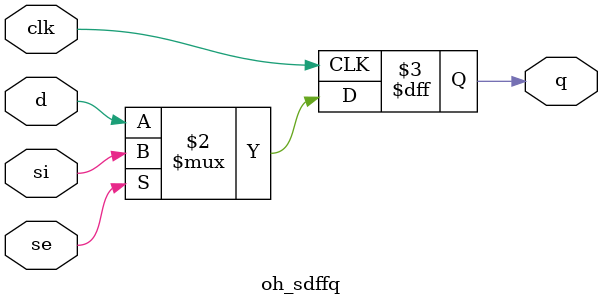
<source format=v>


module oh_sdffq #(parameter DW = 1) // array width
   (
    input [DW-1:0] 	d,
    input [DW-1:0] 	si,
    input [DW-1:0] 	se,
    input [DW-1:0] 	clk,
    output reg [DW-1:0] q
    );

   always @ (posedge clk)
       q <= se ? si : d;
   
endmodule

</source>
